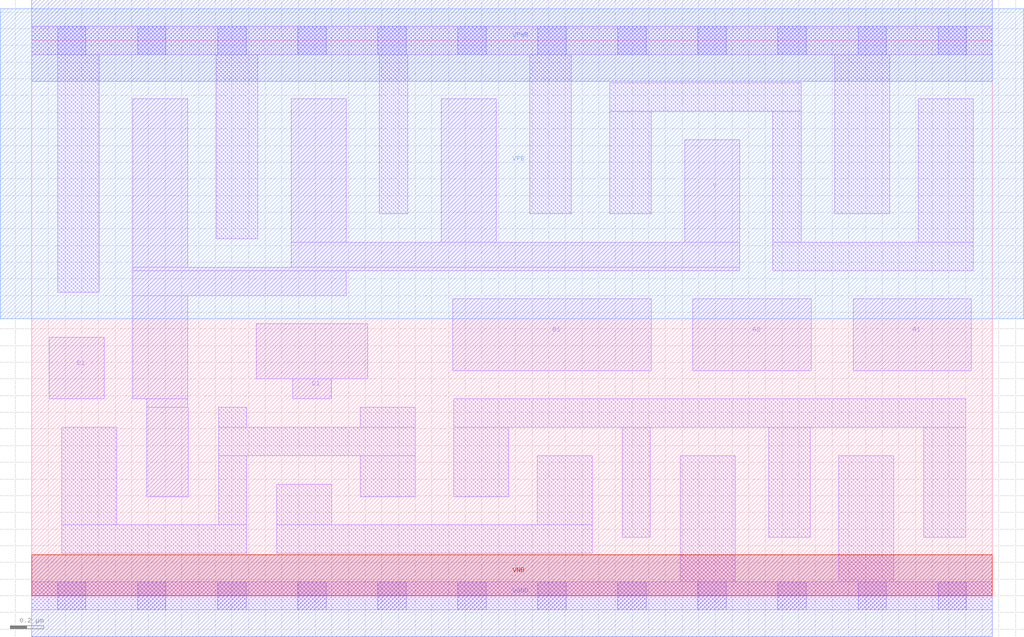
<source format=lef>
# Copyright 2020 The SkyWater PDK Authors
#
# Licensed under the Apache License, Version 2.0 (the "License");
# you may not use this file except in compliance with the License.
# You may obtain a copy of the License at
#
#     https://www.apache.org/licenses/LICENSE-2.0
#
# Unless required by applicable law or agreed to in writing, software
# distributed under the License is distributed on an "AS IS" BASIS,
# WITHOUT WARRANTIES OR CONDITIONS OF ANY KIND, either express or implied.
# See the License for the specific language governing permissions and
# limitations under the License.
#
# SPDX-License-Identifier: Apache-2.0

VERSION 5.7 ;
  NOWIREEXTENSIONATPIN ON ;
  DIVIDERCHAR "/" ;
  BUSBITCHARS "[]" ;
MACRO sky130_fd_sc_ls__o2111ai_2
  CLASS CORE ;
  FOREIGN sky130_fd_sc_ls__o2111ai_2 ;
  ORIGIN  0.000000  0.000000 ;
  SIZE  5.760000 BY  3.330000 ;
  SYMMETRY X Y ;
  SITE unit ;
  PIN A1
    ANTENNAGATEAREA  0.558000 ;
    DIRECTION INPUT ;
    USE SIGNAL ;
    PORT
      LAYER li1 ;
        RECT 4.925000 1.350000 5.635000 1.780000 ;
    END
  END A1
  PIN A2
    ANTENNAGATEAREA  0.558000 ;
    DIRECTION INPUT ;
    USE SIGNAL ;
    PORT
      LAYER li1 ;
        RECT 3.965000 1.350000 4.675000 1.780000 ;
    END
  END A2
  PIN B1
    ANTENNAGATEAREA  0.558000 ;
    DIRECTION INPUT ;
    USE SIGNAL ;
    PORT
      LAYER li1 ;
        RECT 2.525000 1.350000 3.715000 1.780000 ;
    END
  END B1
  PIN C1
    ANTENNAGATEAREA  0.558000 ;
    DIRECTION INPUT ;
    USE SIGNAL ;
    PORT
      LAYER li1 ;
        RECT 1.345000 1.300000 2.015000 1.630000 ;
        RECT 1.565000 1.180000 1.795000 1.300000 ;
    END
  END C1
  PIN D1
    ANTENNAGATEAREA  0.558000 ;
    DIRECTION INPUT ;
    USE SIGNAL ;
    PORT
      LAYER li1 ;
        RECT 0.105000 1.180000 0.435000 1.550000 ;
    END
  END D1
  PIN VNB
    PORT
      LAYER pwell ;
        RECT 0.000000 0.000000 5.760000 0.245000 ;
    END
  END VNB
  PIN VPB
    PORT
      LAYER nwell ;
        RECT -0.190000 1.660000 5.950000 3.520000 ;
    END
  END VPB
  PIN Y
    ANTENNADIFFAREA  1.551200 ;
    DIRECTION OUTPUT ;
    USE SIGNAL ;
    PORT
      LAYER li1 ;
        RECT 0.605000 1.180000 0.935000 1.800000 ;
        RECT 0.605000 1.800000 1.885000 1.950000 ;
        RECT 0.605000 1.950000 4.245000 1.970000 ;
        RECT 0.605000 1.970000 0.935000 2.980000 ;
        RECT 0.690000 0.595000 0.940000 1.130000 ;
        RECT 0.690000 1.130000 0.935000 1.180000 ;
        RECT 1.555000 1.970000 4.245000 2.120000 ;
        RECT 1.555000 2.120000 1.885000 2.980000 ;
        RECT 2.455000 2.120000 2.785000 2.980000 ;
        RECT 3.915000 2.120000 4.245000 2.735000 ;
    END
  END Y
  PIN VGND
    DIRECTION INOUT ;
    SHAPE ABUTMENT ;
    USE GROUND ;
    PORT
      LAYER met1 ;
        RECT 0.000000 -0.245000 5.760000 0.245000 ;
    END
  END VGND
  PIN VPWR
    DIRECTION INOUT ;
    SHAPE ABUTMENT ;
    USE POWER ;
    PORT
      LAYER met1 ;
        RECT 0.000000 3.085000 5.760000 3.575000 ;
    END
  END VPWR
  OBS
    LAYER li1 ;
      RECT 0.000000 -0.085000 5.760000 0.085000 ;
      RECT 0.000000  3.245000 5.760000 3.415000 ;
      RECT 0.155000  1.820000 0.405000 3.245000 ;
      RECT 0.180000  0.255000 1.290000 0.425000 ;
      RECT 0.180000  0.425000 0.510000 1.010000 ;
      RECT 1.105000  2.140000 1.355000 3.245000 ;
      RECT 1.120000  0.425000 1.290000 0.840000 ;
      RECT 1.120000  0.840000 2.300000 1.010000 ;
      RECT 1.120000  1.010000 1.290000 1.130000 ;
      RECT 1.470000  0.255000 3.360000 0.425000 ;
      RECT 1.470000  0.425000 1.800000 0.670000 ;
      RECT 1.970000  0.595000 2.300000 0.840000 ;
      RECT 1.970000  1.010000 2.300000 1.130000 ;
      RECT 2.085000  2.290000 2.255000 3.245000 ;
      RECT 2.530000  0.595000 2.860000 1.010000 ;
      RECT 2.530000  1.010000 5.600000 1.180000 ;
      RECT 2.985000  2.290000 3.235000 3.245000 ;
      RECT 3.030000  0.425000 3.360000 0.840000 ;
      RECT 3.465000  2.290000 3.715000 2.905000 ;
      RECT 3.465000  2.905000 4.615000 3.075000 ;
      RECT 3.540000  0.350000 3.710000 1.010000 ;
      RECT 3.890000  0.085000 4.220000 0.840000 ;
      RECT 4.420000  0.350000 4.670000 1.010000 ;
      RECT 4.445000  1.950000 5.645000 2.120000 ;
      RECT 4.445000  2.120000 4.615000 2.905000 ;
      RECT 4.815000  2.290000 5.145000 3.245000 ;
      RECT 4.840000  0.085000 5.170000 0.840000 ;
      RECT 5.315000  2.120000 5.645000 2.980000 ;
      RECT 5.350000  0.350000 5.600000 1.010000 ;
    LAYER mcon ;
      RECT 0.155000 -0.085000 0.325000 0.085000 ;
      RECT 0.155000  3.245000 0.325000 3.415000 ;
      RECT 0.635000 -0.085000 0.805000 0.085000 ;
      RECT 0.635000  3.245000 0.805000 3.415000 ;
      RECT 1.115000 -0.085000 1.285000 0.085000 ;
      RECT 1.115000  3.245000 1.285000 3.415000 ;
      RECT 1.595000 -0.085000 1.765000 0.085000 ;
      RECT 1.595000  3.245000 1.765000 3.415000 ;
      RECT 2.075000 -0.085000 2.245000 0.085000 ;
      RECT 2.075000  3.245000 2.245000 3.415000 ;
      RECT 2.555000 -0.085000 2.725000 0.085000 ;
      RECT 2.555000  3.245000 2.725000 3.415000 ;
      RECT 3.035000 -0.085000 3.205000 0.085000 ;
      RECT 3.035000  3.245000 3.205000 3.415000 ;
      RECT 3.515000 -0.085000 3.685000 0.085000 ;
      RECT 3.515000  3.245000 3.685000 3.415000 ;
      RECT 3.995000 -0.085000 4.165000 0.085000 ;
      RECT 3.995000  3.245000 4.165000 3.415000 ;
      RECT 4.475000 -0.085000 4.645000 0.085000 ;
      RECT 4.475000  3.245000 4.645000 3.415000 ;
      RECT 4.955000 -0.085000 5.125000 0.085000 ;
      RECT 4.955000  3.245000 5.125000 3.415000 ;
      RECT 5.435000 -0.085000 5.605000 0.085000 ;
      RECT 5.435000  3.245000 5.605000 3.415000 ;
  END
END sky130_fd_sc_ls__o2111ai_2
END LIBRARY

</source>
